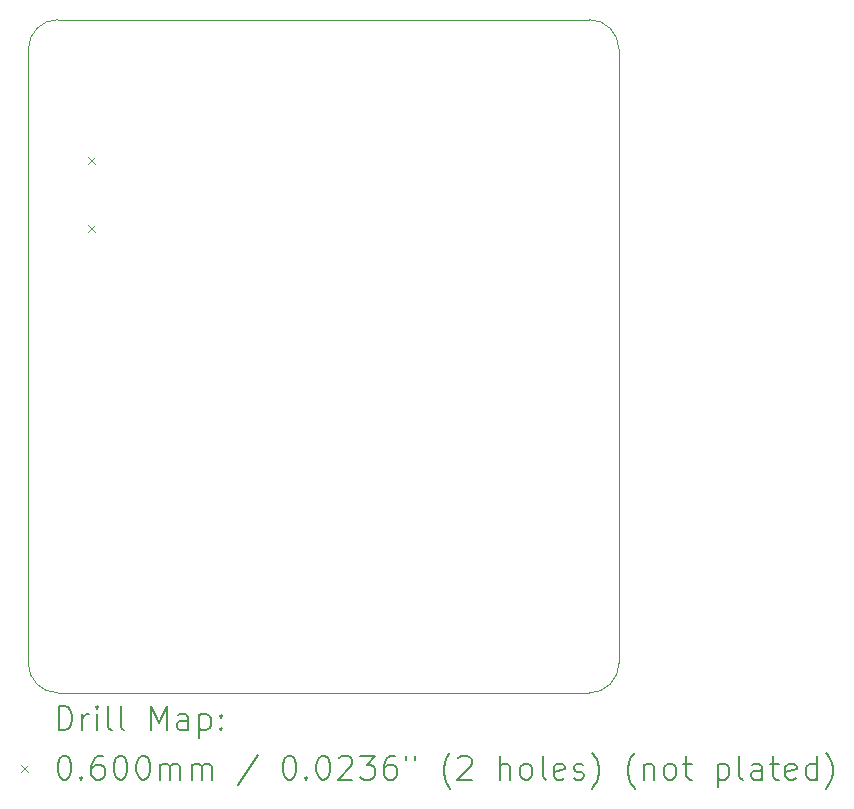
<source format=gbr>
%TF.GenerationSoftware,KiCad,Pcbnew,9.0.0*%
%TF.CreationDate,2025-03-01T12:44:55-04:00*%
%TF.ProjectId,PROYECT T,50524f59-4543-4542-9054-2e6b69636164,rev?*%
%TF.SameCoordinates,Original*%
%TF.FileFunction,Drillmap*%
%TF.FilePolarity,Positive*%
%FSLAX45Y45*%
G04 Gerber Fmt 4.5, Leading zero omitted, Abs format (unit mm)*
G04 Created by KiCad (PCBNEW 9.0.0) date 2025-03-01 12:44:55*
%MOMM*%
%LPD*%
G01*
G04 APERTURE LIST*
%ADD10C,0.050000*%
%ADD11C,0.200000*%
%ADD12C,0.100000*%
G04 APERTURE END LIST*
D10*
X24445600Y-6555600D02*
X24445600Y-11755600D01*
X24445600Y-11755600D02*
G75*
G02*
X24195600Y-12005600I-250000J0D01*
G01*
X19695600Y-6305600D02*
X24195600Y-6305600D01*
X24195600Y-12005600D02*
X19695600Y-12005600D01*
X19695600Y-12005600D02*
G75*
G02*
X19445600Y-11755600I0J250000D01*
G01*
X24195600Y-6305600D02*
G75*
G02*
X24445600Y-6555600I0J-250000D01*
G01*
X19445600Y-11755600D02*
X19445600Y-6555600D01*
X19445600Y-6555600D02*
G75*
G02*
X19695600Y-6305600I250000J0D01*
G01*
D11*
D12*
X19954350Y-7468600D02*
X20014350Y-7528600D01*
X20014350Y-7468600D02*
X19954350Y-7528600D01*
X19954350Y-8046600D02*
X20014350Y-8106600D01*
X20014350Y-8046600D02*
X19954350Y-8106600D01*
D11*
X19703877Y-12319584D02*
X19703877Y-12119584D01*
X19703877Y-12119584D02*
X19751496Y-12119584D01*
X19751496Y-12119584D02*
X19780067Y-12129108D01*
X19780067Y-12129108D02*
X19799115Y-12148155D01*
X19799115Y-12148155D02*
X19808639Y-12167203D01*
X19808639Y-12167203D02*
X19818163Y-12205298D01*
X19818163Y-12205298D02*
X19818163Y-12233869D01*
X19818163Y-12233869D02*
X19808639Y-12271965D01*
X19808639Y-12271965D02*
X19799115Y-12291012D01*
X19799115Y-12291012D02*
X19780067Y-12310060D01*
X19780067Y-12310060D02*
X19751496Y-12319584D01*
X19751496Y-12319584D02*
X19703877Y-12319584D01*
X19903877Y-12319584D02*
X19903877Y-12186250D01*
X19903877Y-12224346D02*
X19913401Y-12205298D01*
X19913401Y-12205298D02*
X19922924Y-12195774D01*
X19922924Y-12195774D02*
X19941972Y-12186250D01*
X19941972Y-12186250D02*
X19961020Y-12186250D01*
X20027686Y-12319584D02*
X20027686Y-12186250D01*
X20027686Y-12119584D02*
X20018163Y-12129108D01*
X20018163Y-12129108D02*
X20027686Y-12138631D01*
X20027686Y-12138631D02*
X20037210Y-12129108D01*
X20037210Y-12129108D02*
X20027686Y-12119584D01*
X20027686Y-12119584D02*
X20027686Y-12138631D01*
X20151496Y-12319584D02*
X20132448Y-12310060D01*
X20132448Y-12310060D02*
X20122924Y-12291012D01*
X20122924Y-12291012D02*
X20122924Y-12119584D01*
X20256258Y-12319584D02*
X20237210Y-12310060D01*
X20237210Y-12310060D02*
X20227686Y-12291012D01*
X20227686Y-12291012D02*
X20227686Y-12119584D01*
X20484829Y-12319584D02*
X20484829Y-12119584D01*
X20484829Y-12119584D02*
X20551496Y-12262441D01*
X20551496Y-12262441D02*
X20618163Y-12119584D01*
X20618163Y-12119584D02*
X20618163Y-12319584D01*
X20799115Y-12319584D02*
X20799115Y-12214822D01*
X20799115Y-12214822D02*
X20789591Y-12195774D01*
X20789591Y-12195774D02*
X20770544Y-12186250D01*
X20770544Y-12186250D02*
X20732448Y-12186250D01*
X20732448Y-12186250D02*
X20713401Y-12195774D01*
X20799115Y-12310060D02*
X20780067Y-12319584D01*
X20780067Y-12319584D02*
X20732448Y-12319584D01*
X20732448Y-12319584D02*
X20713401Y-12310060D01*
X20713401Y-12310060D02*
X20703877Y-12291012D01*
X20703877Y-12291012D02*
X20703877Y-12271965D01*
X20703877Y-12271965D02*
X20713401Y-12252917D01*
X20713401Y-12252917D02*
X20732448Y-12243393D01*
X20732448Y-12243393D02*
X20780067Y-12243393D01*
X20780067Y-12243393D02*
X20799115Y-12233869D01*
X20894353Y-12186250D02*
X20894353Y-12386250D01*
X20894353Y-12195774D02*
X20913401Y-12186250D01*
X20913401Y-12186250D02*
X20951496Y-12186250D01*
X20951496Y-12186250D02*
X20970544Y-12195774D01*
X20970544Y-12195774D02*
X20980067Y-12205298D01*
X20980067Y-12205298D02*
X20989591Y-12224346D01*
X20989591Y-12224346D02*
X20989591Y-12281488D01*
X20989591Y-12281488D02*
X20980067Y-12300536D01*
X20980067Y-12300536D02*
X20970544Y-12310060D01*
X20970544Y-12310060D02*
X20951496Y-12319584D01*
X20951496Y-12319584D02*
X20913401Y-12319584D01*
X20913401Y-12319584D02*
X20894353Y-12310060D01*
X21075305Y-12300536D02*
X21084829Y-12310060D01*
X21084829Y-12310060D02*
X21075305Y-12319584D01*
X21075305Y-12319584D02*
X21065782Y-12310060D01*
X21065782Y-12310060D02*
X21075305Y-12300536D01*
X21075305Y-12300536D02*
X21075305Y-12319584D01*
X21075305Y-12195774D02*
X21084829Y-12205298D01*
X21084829Y-12205298D02*
X21075305Y-12214822D01*
X21075305Y-12214822D02*
X21065782Y-12205298D01*
X21065782Y-12205298D02*
X21075305Y-12195774D01*
X21075305Y-12195774D02*
X21075305Y-12214822D01*
D12*
X19383100Y-12618100D02*
X19443100Y-12678100D01*
X19443100Y-12618100D02*
X19383100Y-12678100D01*
D11*
X19741972Y-12539584D02*
X19761020Y-12539584D01*
X19761020Y-12539584D02*
X19780067Y-12549108D01*
X19780067Y-12549108D02*
X19789591Y-12558631D01*
X19789591Y-12558631D02*
X19799115Y-12577679D01*
X19799115Y-12577679D02*
X19808639Y-12615774D01*
X19808639Y-12615774D02*
X19808639Y-12663393D01*
X19808639Y-12663393D02*
X19799115Y-12701488D01*
X19799115Y-12701488D02*
X19789591Y-12720536D01*
X19789591Y-12720536D02*
X19780067Y-12730060D01*
X19780067Y-12730060D02*
X19761020Y-12739584D01*
X19761020Y-12739584D02*
X19741972Y-12739584D01*
X19741972Y-12739584D02*
X19722924Y-12730060D01*
X19722924Y-12730060D02*
X19713401Y-12720536D01*
X19713401Y-12720536D02*
X19703877Y-12701488D01*
X19703877Y-12701488D02*
X19694353Y-12663393D01*
X19694353Y-12663393D02*
X19694353Y-12615774D01*
X19694353Y-12615774D02*
X19703877Y-12577679D01*
X19703877Y-12577679D02*
X19713401Y-12558631D01*
X19713401Y-12558631D02*
X19722924Y-12549108D01*
X19722924Y-12549108D02*
X19741972Y-12539584D01*
X19894353Y-12720536D02*
X19903877Y-12730060D01*
X19903877Y-12730060D02*
X19894353Y-12739584D01*
X19894353Y-12739584D02*
X19884829Y-12730060D01*
X19884829Y-12730060D02*
X19894353Y-12720536D01*
X19894353Y-12720536D02*
X19894353Y-12739584D01*
X20075305Y-12539584D02*
X20037210Y-12539584D01*
X20037210Y-12539584D02*
X20018163Y-12549108D01*
X20018163Y-12549108D02*
X20008639Y-12558631D01*
X20008639Y-12558631D02*
X19989591Y-12587203D01*
X19989591Y-12587203D02*
X19980067Y-12625298D01*
X19980067Y-12625298D02*
X19980067Y-12701488D01*
X19980067Y-12701488D02*
X19989591Y-12720536D01*
X19989591Y-12720536D02*
X19999115Y-12730060D01*
X19999115Y-12730060D02*
X20018163Y-12739584D01*
X20018163Y-12739584D02*
X20056258Y-12739584D01*
X20056258Y-12739584D02*
X20075305Y-12730060D01*
X20075305Y-12730060D02*
X20084829Y-12720536D01*
X20084829Y-12720536D02*
X20094353Y-12701488D01*
X20094353Y-12701488D02*
X20094353Y-12653869D01*
X20094353Y-12653869D02*
X20084829Y-12634822D01*
X20084829Y-12634822D02*
X20075305Y-12625298D01*
X20075305Y-12625298D02*
X20056258Y-12615774D01*
X20056258Y-12615774D02*
X20018163Y-12615774D01*
X20018163Y-12615774D02*
X19999115Y-12625298D01*
X19999115Y-12625298D02*
X19989591Y-12634822D01*
X19989591Y-12634822D02*
X19980067Y-12653869D01*
X20218163Y-12539584D02*
X20237210Y-12539584D01*
X20237210Y-12539584D02*
X20256258Y-12549108D01*
X20256258Y-12549108D02*
X20265782Y-12558631D01*
X20265782Y-12558631D02*
X20275305Y-12577679D01*
X20275305Y-12577679D02*
X20284829Y-12615774D01*
X20284829Y-12615774D02*
X20284829Y-12663393D01*
X20284829Y-12663393D02*
X20275305Y-12701488D01*
X20275305Y-12701488D02*
X20265782Y-12720536D01*
X20265782Y-12720536D02*
X20256258Y-12730060D01*
X20256258Y-12730060D02*
X20237210Y-12739584D01*
X20237210Y-12739584D02*
X20218163Y-12739584D01*
X20218163Y-12739584D02*
X20199115Y-12730060D01*
X20199115Y-12730060D02*
X20189591Y-12720536D01*
X20189591Y-12720536D02*
X20180067Y-12701488D01*
X20180067Y-12701488D02*
X20170544Y-12663393D01*
X20170544Y-12663393D02*
X20170544Y-12615774D01*
X20170544Y-12615774D02*
X20180067Y-12577679D01*
X20180067Y-12577679D02*
X20189591Y-12558631D01*
X20189591Y-12558631D02*
X20199115Y-12549108D01*
X20199115Y-12549108D02*
X20218163Y-12539584D01*
X20408639Y-12539584D02*
X20427686Y-12539584D01*
X20427686Y-12539584D02*
X20446734Y-12549108D01*
X20446734Y-12549108D02*
X20456258Y-12558631D01*
X20456258Y-12558631D02*
X20465782Y-12577679D01*
X20465782Y-12577679D02*
X20475305Y-12615774D01*
X20475305Y-12615774D02*
X20475305Y-12663393D01*
X20475305Y-12663393D02*
X20465782Y-12701488D01*
X20465782Y-12701488D02*
X20456258Y-12720536D01*
X20456258Y-12720536D02*
X20446734Y-12730060D01*
X20446734Y-12730060D02*
X20427686Y-12739584D01*
X20427686Y-12739584D02*
X20408639Y-12739584D01*
X20408639Y-12739584D02*
X20389591Y-12730060D01*
X20389591Y-12730060D02*
X20380067Y-12720536D01*
X20380067Y-12720536D02*
X20370544Y-12701488D01*
X20370544Y-12701488D02*
X20361020Y-12663393D01*
X20361020Y-12663393D02*
X20361020Y-12615774D01*
X20361020Y-12615774D02*
X20370544Y-12577679D01*
X20370544Y-12577679D02*
X20380067Y-12558631D01*
X20380067Y-12558631D02*
X20389591Y-12549108D01*
X20389591Y-12549108D02*
X20408639Y-12539584D01*
X20561020Y-12739584D02*
X20561020Y-12606250D01*
X20561020Y-12625298D02*
X20570544Y-12615774D01*
X20570544Y-12615774D02*
X20589591Y-12606250D01*
X20589591Y-12606250D02*
X20618163Y-12606250D01*
X20618163Y-12606250D02*
X20637210Y-12615774D01*
X20637210Y-12615774D02*
X20646734Y-12634822D01*
X20646734Y-12634822D02*
X20646734Y-12739584D01*
X20646734Y-12634822D02*
X20656258Y-12615774D01*
X20656258Y-12615774D02*
X20675305Y-12606250D01*
X20675305Y-12606250D02*
X20703877Y-12606250D01*
X20703877Y-12606250D02*
X20722925Y-12615774D01*
X20722925Y-12615774D02*
X20732448Y-12634822D01*
X20732448Y-12634822D02*
X20732448Y-12739584D01*
X20827686Y-12739584D02*
X20827686Y-12606250D01*
X20827686Y-12625298D02*
X20837210Y-12615774D01*
X20837210Y-12615774D02*
X20856258Y-12606250D01*
X20856258Y-12606250D02*
X20884829Y-12606250D01*
X20884829Y-12606250D02*
X20903877Y-12615774D01*
X20903877Y-12615774D02*
X20913401Y-12634822D01*
X20913401Y-12634822D02*
X20913401Y-12739584D01*
X20913401Y-12634822D02*
X20922925Y-12615774D01*
X20922925Y-12615774D02*
X20941972Y-12606250D01*
X20941972Y-12606250D02*
X20970544Y-12606250D01*
X20970544Y-12606250D02*
X20989591Y-12615774D01*
X20989591Y-12615774D02*
X20999115Y-12634822D01*
X20999115Y-12634822D02*
X20999115Y-12739584D01*
X21389591Y-12530060D02*
X21218163Y-12787203D01*
X21646734Y-12539584D02*
X21665782Y-12539584D01*
X21665782Y-12539584D02*
X21684829Y-12549108D01*
X21684829Y-12549108D02*
X21694353Y-12558631D01*
X21694353Y-12558631D02*
X21703877Y-12577679D01*
X21703877Y-12577679D02*
X21713401Y-12615774D01*
X21713401Y-12615774D02*
X21713401Y-12663393D01*
X21713401Y-12663393D02*
X21703877Y-12701488D01*
X21703877Y-12701488D02*
X21694353Y-12720536D01*
X21694353Y-12720536D02*
X21684829Y-12730060D01*
X21684829Y-12730060D02*
X21665782Y-12739584D01*
X21665782Y-12739584D02*
X21646734Y-12739584D01*
X21646734Y-12739584D02*
X21627687Y-12730060D01*
X21627687Y-12730060D02*
X21618163Y-12720536D01*
X21618163Y-12720536D02*
X21608639Y-12701488D01*
X21608639Y-12701488D02*
X21599115Y-12663393D01*
X21599115Y-12663393D02*
X21599115Y-12615774D01*
X21599115Y-12615774D02*
X21608639Y-12577679D01*
X21608639Y-12577679D02*
X21618163Y-12558631D01*
X21618163Y-12558631D02*
X21627687Y-12549108D01*
X21627687Y-12549108D02*
X21646734Y-12539584D01*
X21799115Y-12720536D02*
X21808639Y-12730060D01*
X21808639Y-12730060D02*
X21799115Y-12739584D01*
X21799115Y-12739584D02*
X21789591Y-12730060D01*
X21789591Y-12730060D02*
X21799115Y-12720536D01*
X21799115Y-12720536D02*
X21799115Y-12739584D01*
X21932448Y-12539584D02*
X21951496Y-12539584D01*
X21951496Y-12539584D02*
X21970544Y-12549108D01*
X21970544Y-12549108D02*
X21980068Y-12558631D01*
X21980068Y-12558631D02*
X21989591Y-12577679D01*
X21989591Y-12577679D02*
X21999115Y-12615774D01*
X21999115Y-12615774D02*
X21999115Y-12663393D01*
X21999115Y-12663393D02*
X21989591Y-12701488D01*
X21989591Y-12701488D02*
X21980068Y-12720536D01*
X21980068Y-12720536D02*
X21970544Y-12730060D01*
X21970544Y-12730060D02*
X21951496Y-12739584D01*
X21951496Y-12739584D02*
X21932448Y-12739584D01*
X21932448Y-12739584D02*
X21913401Y-12730060D01*
X21913401Y-12730060D02*
X21903877Y-12720536D01*
X21903877Y-12720536D02*
X21894353Y-12701488D01*
X21894353Y-12701488D02*
X21884829Y-12663393D01*
X21884829Y-12663393D02*
X21884829Y-12615774D01*
X21884829Y-12615774D02*
X21894353Y-12577679D01*
X21894353Y-12577679D02*
X21903877Y-12558631D01*
X21903877Y-12558631D02*
X21913401Y-12549108D01*
X21913401Y-12549108D02*
X21932448Y-12539584D01*
X22075306Y-12558631D02*
X22084829Y-12549108D01*
X22084829Y-12549108D02*
X22103877Y-12539584D01*
X22103877Y-12539584D02*
X22151496Y-12539584D01*
X22151496Y-12539584D02*
X22170544Y-12549108D01*
X22170544Y-12549108D02*
X22180068Y-12558631D01*
X22180068Y-12558631D02*
X22189591Y-12577679D01*
X22189591Y-12577679D02*
X22189591Y-12596727D01*
X22189591Y-12596727D02*
X22180068Y-12625298D01*
X22180068Y-12625298D02*
X22065782Y-12739584D01*
X22065782Y-12739584D02*
X22189591Y-12739584D01*
X22256258Y-12539584D02*
X22380067Y-12539584D01*
X22380067Y-12539584D02*
X22313401Y-12615774D01*
X22313401Y-12615774D02*
X22341972Y-12615774D01*
X22341972Y-12615774D02*
X22361020Y-12625298D01*
X22361020Y-12625298D02*
X22370544Y-12634822D01*
X22370544Y-12634822D02*
X22380067Y-12653869D01*
X22380067Y-12653869D02*
X22380067Y-12701488D01*
X22380067Y-12701488D02*
X22370544Y-12720536D01*
X22370544Y-12720536D02*
X22361020Y-12730060D01*
X22361020Y-12730060D02*
X22341972Y-12739584D01*
X22341972Y-12739584D02*
X22284829Y-12739584D01*
X22284829Y-12739584D02*
X22265782Y-12730060D01*
X22265782Y-12730060D02*
X22256258Y-12720536D01*
X22551496Y-12539584D02*
X22513401Y-12539584D01*
X22513401Y-12539584D02*
X22494353Y-12549108D01*
X22494353Y-12549108D02*
X22484829Y-12558631D01*
X22484829Y-12558631D02*
X22465782Y-12587203D01*
X22465782Y-12587203D02*
X22456258Y-12625298D01*
X22456258Y-12625298D02*
X22456258Y-12701488D01*
X22456258Y-12701488D02*
X22465782Y-12720536D01*
X22465782Y-12720536D02*
X22475306Y-12730060D01*
X22475306Y-12730060D02*
X22494353Y-12739584D01*
X22494353Y-12739584D02*
X22532448Y-12739584D01*
X22532448Y-12739584D02*
X22551496Y-12730060D01*
X22551496Y-12730060D02*
X22561020Y-12720536D01*
X22561020Y-12720536D02*
X22570544Y-12701488D01*
X22570544Y-12701488D02*
X22570544Y-12653869D01*
X22570544Y-12653869D02*
X22561020Y-12634822D01*
X22561020Y-12634822D02*
X22551496Y-12625298D01*
X22551496Y-12625298D02*
X22532448Y-12615774D01*
X22532448Y-12615774D02*
X22494353Y-12615774D01*
X22494353Y-12615774D02*
X22475306Y-12625298D01*
X22475306Y-12625298D02*
X22465782Y-12634822D01*
X22465782Y-12634822D02*
X22456258Y-12653869D01*
X22646734Y-12539584D02*
X22646734Y-12577679D01*
X22722925Y-12539584D02*
X22722925Y-12577679D01*
X23018163Y-12815774D02*
X23008639Y-12806250D01*
X23008639Y-12806250D02*
X22989591Y-12777679D01*
X22989591Y-12777679D02*
X22980068Y-12758631D01*
X22980068Y-12758631D02*
X22970544Y-12730060D01*
X22970544Y-12730060D02*
X22961020Y-12682441D01*
X22961020Y-12682441D02*
X22961020Y-12644346D01*
X22961020Y-12644346D02*
X22970544Y-12596727D01*
X22970544Y-12596727D02*
X22980068Y-12568155D01*
X22980068Y-12568155D02*
X22989591Y-12549108D01*
X22989591Y-12549108D02*
X23008639Y-12520536D01*
X23008639Y-12520536D02*
X23018163Y-12511012D01*
X23084829Y-12558631D02*
X23094353Y-12549108D01*
X23094353Y-12549108D02*
X23113401Y-12539584D01*
X23113401Y-12539584D02*
X23161020Y-12539584D01*
X23161020Y-12539584D02*
X23180068Y-12549108D01*
X23180068Y-12549108D02*
X23189591Y-12558631D01*
X23189591Y-12558631D02*
X23199115Y-12577679D01*
X23199115Y-12577679D02*
X23199115Y-12596727D01*
X23199115Y-12596727D02*
X23189591Y-12625298D01*
X23189591Y-12625298D02*
X23075306Y-12739584D01*
X23075306Y-12739584D02*
X23199115Y-12739584D01*
X23437210Y-12739584D02*
X23437210Y-12539584D01*
X23522925Y-12739584D02*
X23522925Y-12634822D01*
X23522925Y-12634822D02*
X23513401Y-12615774D01*
X23513401Y-12615774D02*
X23494353Y-12606250D01*
X23494353Y-12606250D02*
X23465782Y-12606250D01*
X23465782Y-12606250D02*
X23446734Y-12615774D01*
X23446734Y-12615774D02*
X23437210Y-12625298D01*
X23646734Y-12739584D02*
X23627687Y-12730060D01*
X23627687Y-12730060D02*
X23618163Y-12720536D01*
X23618163Y-12720536D02*
X23608639Y-12701488D01*
X23608639Y-12701488D02*
X23608639Y-12644346D01*
X23608639Y-12644346D02*
X23618163Y-12625298D01*
X23618163Y-12625298D02*
X23627687Y-12615774D01*
X23627687Y-12615774D02*
X23646734Y-12606250D01*
X23646734Y-12606250D02*
X23675306Y-12606250D01*
X23675306Y-12606250D02*
X23694353Y-12615774D01*
X23694353Y-12615774D02*
X23703877Y-12625298D01*
X23703877Y-12625298D02*
X23713401Y-12644346D01*
X23713401Y-12644346D02*
X23713401Y-12701488D01*
X23713401Y-12701488D02*
X23703877Y-12720536D01*
X23703877Y-12720536D02*
X23694353Y-12730060D01*
X23694353Y-12730060D02*
X23675306Y-12739584D01*
X23675306Y-12739584D02*
X23646734Y-12739584D01*
X23827687Y-12739584D02*
X23808639Y-12730060D01*
X23808639Y-12730060D02*
X23799115Y-12711012D01*
X23799115Y-12711012D02*
X23799115Y-12539584D01*
X23980068Y-12730060D02*
X23961020Y-12739584D01*
X23961020Y-12739584D02*
X23922925Y-12739584D01*
X23922925Y-12739584D02*
X23903877Y-12730060D01*
X23903877Y-12730060D02*
X23894353Y-12711012D01*
X23894353Y-12711012D02*
X23894353Y-12634822D01*
X23894353Y-12634822D02*
X23903877Y-12615774D01*
X23903877Y-12615774D02*
X23922925Y-12606250D01*
X23922925Y-12606250D02*
X23961020Y-12606250D01*
X23961020Y-12606250D02*
X23980068Y-12615774D01*
X23980068Y-12615774D02*
X23989591Y-12634822D01*
X23989591Y-12634822D02*
X23989591Y-12653869D01*
X23989591Y-12653869D02*
X23894353Y-12672917D01*
X24065782Y-12730060D02*
X24084830Y-12739584D01*
X24084830Y-12739584D02*
X24122925Y-12739584D01*
X24122925Y-12739584D02*
X24141972Y-12730060D01*
X24141972Y-12730060D02*
X24151496Y-12711012D01*
X24151496Y-12711012D02*
X24151496Y-12701488D01*
X24151496Y-12701488D02*
X24141972Y-12682441D01*
X24141972Y-12682441D02*
X24122925Y-12672917D01*
X24122925Y-12672917D02*
X24094353Y-12672917D01*
X24094353Y-12672917D02*
X24075306Y-12663393D01*
X24075306Y-12663393D02*
X24065782Y-12644346D01*
X24065782Y-12644346D02*
X24065782Y-12634822D01*
X24065782Y-12634822D02*
X24075306Y-12615774D01*
X24075306Y-12615774D02*
X24094353Y-12606250D01*
X24094353Y-12606250D02*
X24122925Y-12606250D01*
X24122925Y-12606250D02*
X24141972Y-12615774D01*
X24218163Y-12815774D02*
X24227687Y-12806250D01*
X24227687Y-12806250D02*
X24246734Y-12777679D01*
X24246734Y-12777679D02*
X24256258Y-12758631D01*
X24256258Y-12758631D02*
X24265782Y-12730060D01*
X24265782Y-12730060D02*
X24275306Y-12682441D01*
X24275306Y-12682441D02*
X24275306Y-12644346D01*
X24275306Y-12644346D02*
X24265782Y-12596727D01*
X24265782Y-12596727D02*
X24256258Y-12568155D01*
X24256258Y-12568155D02*
X24246734Y-12549108D01*
X24246734Y-12549108D02*
X24227687Y-12520536D01*
X24227687Y-12520536D02*
X24218163Y-12511012D01*
X24580068Y-12815774D02*
X24570544Y-12806250D01*
X24570544Y-12806250D02*
X24551496Y-12777679D01*
X24551496Y-12777679D02*
X24541972Y-12758631D01*
X24541972Y-12758631D02*
X24532449Y-12730060D01*
X24532449Y-12730060D02*
X24522925Y-12682441D01*
X24522925Y-12682441D02*
X24522925Y-12644346D01*
X24522925Y-12644346D02*
X24532449Y-12596727D01*
X24532449Y-12596727D02*
X24541972Y-12568155D01*
X24541972Y-12568155D02*
X24551496Y-12549108D01*
X24551496Y-12549108D02*
X24570544Y-12520536D01*
X24570544Y-12520536D02*
X24580068Y-12511012D01*
X24656258Y-12606250D02*
X24656258Y-12739584D01*
X24656258Y-12625298D02*
X24665782Y-12615774D01*
X24665782Y-12615774D02*
X24684830Y-12606250D01*
X24684830Y-12606250D02*
X24713401Y-12606250D01*
X24713401Y-12606250D02*
X24732449Y-12615774D01*
X24732449Y-12615774D02*
X24741972Y-12634822D01*
X24741972Y-12634822D02*
X24741972Y-12739584D01*
X24865782Y-12739584D02*
X24846734Y-12730060D01*
X24846734Y-12730060D02*
X24837211Y-12720536D01*
X24837211Y-12720536D02*
X24827687Y-12701488D01*
X24827687Y-12701488D02*
X24827687Y-12644346D01*
X24827687Y-12644346D02*
X24837211Y-12625298D01*
X24837211Y-12625298D02*
X24846734Y-12615774D01*
X24846734Y-12615774D02*
X24865782Y-12606250D01*
X24865782Y-12606250D02*
X24894353Y-12606250D01*
X24894353Y-12606250D02*
X24913401Y-12615774D01*
X24913401Y-12615774D02*
X24922925Y-12625298D01*
X24922925Y-12625298D02*
X24932449Y-12644346D01*
X24932449Y-12644346D02*
X24932449Y-12701488D01*
X24932449Y-12701488D02*
X24922925Y-12720536D01*
X24922925Y-12720536D02*
X24913401Y-12730060D01*
X24913401Y-12730060D02*
X24894353Y-12739584D01*
X24894353Y-12739584D02*
X24865782Y-12739584D01*
X24989592Y-12606250D02*
X25065782Y-12606250D01*
X25018163Y-12539584D02*
X25018163Y-12711012D01*
X25018163Y-12711012D02*
X25027687Y-12730060D01*
X25027687Y-12730060D02*
X25046734Y-12739584D01*
X25046734Y-12739584D02*
X25065782Y-12739584D01*
X25284830Y-12606250D02*
X25284830Y-12806250D01*
X25284830Y-12615774D02*
X25303877Y-12606250D01*
X25303877Y-12606250D02*
X25341973Y-12606250D01*
X25341973Y-12606250D02*
X25361020Y-12615774D01*
X25361020Y-12615774D02*
X25370544Y-12625298D01*
X25370544Y-12625298D02*
X25380068Y-12644346D01*
X25380068Y-12644346D02*
X25380068Y-12701488D01*
X25380068Y-12701488D02*
X25370544Y-12720536D01*
X25370544Y-12720536D02*
X25361020Y-12730060D01*
X25361020Y-12730060D02*
X25341973Y-12739584D01*
X25341973Y-12739584D02*
X25303877Y-12739584D01*
X25303877Y-12739584D02*
X25284830Y-12730060D01*
X25494353Y-12739584D02*
X25475306Y-12730060D01*
X25475306Y-12730060D02*
X25465782Y-12711012D01*
X25465782Y-12711012D02*
X25465782Y-12539584D01*
X25656258Y-12739584D02*
X25656258Y-12634822D01*
X25656258Y-12634822D02*
X25646734Y-12615774D01*
X25646734Y-12615774D02*
X25627687Y-12606250D01*
X25627687Y-12606250D02*
X25589592Y-12606250D01*
X25589592Y-12606250D02*
X25570544Y-12615774D01*
X25656258Y-12730060D02*
X25637211Y-12739584D01*
X25637211Y-12739584D02*
X25589592Y-12739584D01*
X25589592Y-12739584D02*
X25570544Y-12730060D01*
X25570544Y-12730060D02*
X25561020Y-12711012D01*
X25561020Y-12711012D02*
X25561020Y-12691965D01*
X25561020Y-12691965D02*
X25570544Y-12672917D01*
X25570544Y-12672917D02*
X25589592Y-12663393D01*
X25589592Y-12663393D02*
X25637211Y-12663393D01*
X25637211Y-12663393D02*
X25656258Y-12653869D01*
X25722925Y-12606250D02*
X25799115Y-12606250D01*
X25751496Y-12539584D02*
X25751496Y-12711012D01*
X25751496Y-12711012D02*
X25761020Y-12730060D01*
X25761020Y-12730060D02*
X25780068Y-12739584D01*
X25780068Y-12739584D02*
X25799115Y-12739584D01*
X25941973Y-12730060D02*
X25922925Y-12739584D01*
X25922925Y-12739584D02*
X25884830Y-12739584D01*
X25884830Y-12739584D02*
X25865782Y-12730060D01*
X25865782Y-12730060D02*
X25856258Y-12711012D01*
X25856258Y-12711012D02*
X25856258Y-12634822D01*
X25856258Y-12634822D02*
X25865782Y-12615774D01*
X25865782Y-12615774D02*
X25884830Y-12606250D01*
X25884830Y-12606250D02*
X25922925Y-12606250D01*
X25922925Y-12606250D02*
X25941973Y-12615774D01*
X25941973Y-12615774D02*
X25951496Y-12634822D01*
X25951496Y-12634822D02*
X25951496Y-12653869D01*
X25951496Y-12653869D02*
X25856258Y-12672917D01*
X26122925Y-12739584D02*
X26122925Y-12539584D01*
X26122925Y-12730060D02*
X26103877Y-12739584D01*
X26103877Y-12739584D02*
X26065782Y-12739584D01*
X26065782Y-12739584D02*
X26046734Y-12730060D01*
X26046734Y-12730060D02*
X26037211Y-12720536D01*
X26037211Y-12720536D02*
X26027687Y-12701488D01*
X26027687Y-12701488D02*
X26027687Y-12644346D01*
X26027687Y-12644346D02*
X26037211Y-12625298D01*
X26037211Y-12625298D02*
X26046734Y-12615774D01*
X26046734Y-12615774D02*
X26065782Y-12606250D01*
X26065782Y-12606250D02*
X26103877Y-12606250D01*
X26103877Y-12606250D02*
X26122925Y-12615774D01*
X26199115Y-12815774D02*
X26208639Y-12806250D01*
X26208639Y-12806250D02*
X26227687Y-12777679D01*
X26227687Y-12777679D02*
X26237211Y-12758631D01*
X26237211Y-12758631D02*
X26246734Y-12730060D01*
X26246734Y-12730060D02*
X26256258Y-12682441D01*
X26256258Y-12682441D02*
X26256258Y-12644346D01*
X26256258Y-12644346D02*
X26246734Y-12596727D01*
X26246734Y-12596727D02*
X26237211Y-12568155D01*
X26237211Y-12568155D02*
X26227687Y-12549108D01*
X26227687Y-12549108D02*
X26208639Y-12520536D01*
X26208639Y-12520536D02*
X26199115Y-12511012D01*
M02*

</source>
